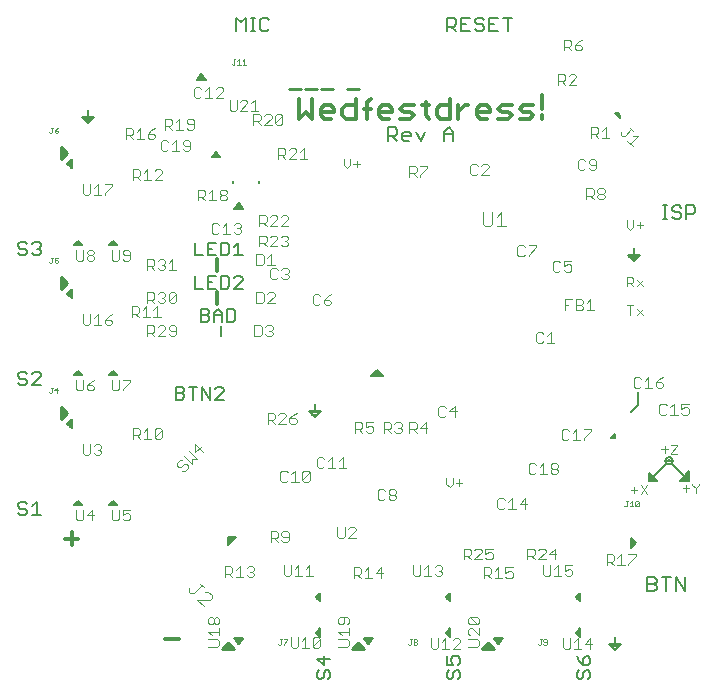
<source format=gto>
G75*
%MOIN*%
%OFA0B0*%
%FSLAX24Y24*%
%IPPOS*%
%LPD*%
%AMOC8*
5,1,8,0,0,1.08239X$1,22.5*
%
%ADD10C,0.0059*%
%ADD11C,0.0079*%
%ADD12C,0.0040*%
%ADD13C,0.0060*%
%ADD14C,0.0120*%
%ADD15C,0.0050*%
%ADD16C,0.0030*%
%ADD17C,0.0118*%
%ADD18C,0.0098*%
%ADD19C,0.0020*%
%ADD20C,0.0100*%
D10*
X007580Y012718D02*
X007580Y013033D01*
X021261Y010159D02*
X021498Y010395D01*
X021498Y010828D01*
D11*
X022501Y008545D02*
X022503Y008553D01*
X022508Y008560D01*
X022515Y008564D01*
X022523Y008565D01*
X022531Y008562D01*
X022537Y008557D01*
X022541Y008549D01*
X022541Y008541D01*
X022537Y008533D01*
X022531Y008528D01*
X022523Y008525D01*
X022515Y008526D01*
X022508Y008530D01*
X022503Y008537D01*
X022501Y008545D01*
X022403Y008545D02*
X022405Y008566D01*
X022411Y008586D01*
X022420Y008606D01*
X022432Y008623D01*
X022447Y008637D01*
X022465Y008649D01*
X022485Y008657D01*
X022505Y008662D01*
X022526Y008663D01*
X022547Y008660D01*
X022567Y008654D01*
X022586Y008643D01*
X022603Y008630D01*
X022616Y008614D01*
X022627Y008596D01*
X022635Y008576D01*
X022639Y008556D01*
X022639Y008534D01*
X022635Y008514D01*
X022627Y008494D01*
X022616Y008476D01*
X022603Y008460D01*
X022586Y008447D01*
X022567Y008436D01*
X022547Y008430D01*
X022526Y008427D01*
X022505Y008428D01*
X022485Y008433D01*
X022465Y008441D01*
X022447Y008453D01*
X022432Y008467D01*
X022420Y008484D01*
X022411Y008504D01*
X022405Y008524D01*
X022403Y008545D01*
X022423Y008446D02*
X021852Y007876D01*
X022128Y007876D01*
X021852Y008151D01*
X021852Y007876D01*
X021852Y007921D02*
X022082Y007921D01*
X022005Y007998D02*
X021852Y007998D01*
X021852Y008075D02*
X021928Y008075D01*
X022620Y008446D02*
X023191Y007876D01*
X022876Y007876D01*
X023191Y008191D01*
X023191Y007876D01*
X023191Y007921D02*
X022921Y007921D01*
X022998Y007998D02*
X023191Y007998D01*
X023191Y008075D02*
X023075Y008075D01*
X023153Y008153D02*
X023191Y008153D01*
X020710Y002679D02*
X020710Y002443D01*
X020596Y002360D02*
X020824Y002360D01*
X020901Y002437D02*
X020519Y002437D01*
X020513Y002443D02*
X020710Y002246D01*
X020907Y002443D01*
X020513Y002443D01*
X020673Y002282D02*
X020747Y002282D01*
X010907Y010198D02*
X010710Y010002D01*
X010513Y010198D01*
X010907Y010198D01*
X010870Y010161D02*
X010551Y010161D01*
X010628Y010084D02*
X010792Y010084D01*
X010715Y010006D02*
X010705Y010006D01*
X010710Y010198D02*
X010710Y010435D01*
X003151Y019805D02*
X002954Y020002D01*
X003348Y020002D01*
X003151Y019805D01*
X003140Y019816D02*
X003162Y019816D01*
X003240Y019893D02*
X003063Y019893D01*
X002985Y019970D02*
X003317Y019970D01*
X003151Y020002D02*
X003151Y020238D01*
X021143Y015395D02*
X021340Y015198D01*
X021537Y015395D01*
X021143Y015395D01*
X021203Y015336D02*
X021478Y015336D01*
X021401Y015259D02*
X021280Y015259D01*
X021340Y015395D02*
X021340Y015631D01*
D12*
X021229Y016242D02*
X021334Y016347D01*
X021334Y016557D01*
X021450Y016399D02*
X021660Y016399D01*
X021555Y016504D02*
X021555Y016294D01*
X021229Y016242D02*
X021124Y016347D01*
X021124Y016557D01*
X021124Y014667D02*
X021281Y014667D01*
X021334Y014614D01*
X021334Y014510D01*
X021281Y014457D01*
X021124Y014457D01*
X021124Y014352D02*
X021124Y014667D01*
X021229Y014457D02*
X021334Y014352D01*
X021450Y014352D02*
X021660Y014562D01*
X021450Y014562D02*
X021660Y014352D01*
X021334Y013722D02*
X021124Y013722D01*
X021229Y013722D02*
X021229Y013407D01*
X021450Y013407D02*
X021660Y013617D01*
X021450Y013617D02*
X021660Y013407D01*
X022592Y009076D02*
X022802Y009076D01*
X022802Y009024D01*
X022592Y008814D01*
X022592Y008762D01*
X022802Y008762D01*
X022475Y008919D02*
X022266Y008919D01*
X022371Y009024D02*
X022371Y008814D01*
X021795Y007738D02*
X021585Y007423D01*
X021469Y007580D02*
X021259Y007580D01*
X021364Y007476D02*
X021364Y007685D01*
X021585Y007738D02*
X021795Y007423D01*
X022974Y007620D02*
X023184Y007620D01*
X023079Y007725D02*
X023079Y007515D01*
X023301Y007725D02*
X023405Y007620D01*
X023405Y007463D01*
X023405Y007620D02*
X023510Y007725D01*
X023510Y007777D01*
X023301Y007777D02*
X023301Y007725D01*
X019290Y005061D02*
X019054Y005061D01*
X019054Y004884D01*
X019172Y004943D01*
X019231Y004943D01*
X019290Y004884D01*
X019290Y004766D01*
X019231Y004707D01*
X019113Y004707D01*
X019054Y004766D01*
X018927Y004707D02*
X018691Y004707D01*
X018809Y004707D02*
X018809Y005061D01*
X018691Y004943D01*
X018565Y005061D02*
X018565Y004766D01*
X018506Y004707D01*
X018388Y004707D01*
X018329Y004766D01*
X018329Y005061D01*
X018998Y002620D02*
X018998Y002325D01*
X019057Y002266D01*
X019175Y002266D01*
X019234Y002325D01*
X019234Y002620D01*
X019360Y002502D02*
X019478Y002620D01*
X019478Y002266D01*
X019360Y002266D02*
X019596Y002266D01*
X019723Y002443D02*
X019959Y002443D01*
X019900Y002620D02*
X019723Y002443D01*
X019900Y002266D02*
X019900Y002620D01*
X015550Y002561D02*
X015491Y002620D01*
X015373Y002620D01*
X015314Y002561D01*
X015550Y002561D02*
X015550Y002502D01*
X015314Y002266D01*
X015550Y002266D01*
X015187Y002266D02*
X014951Y002266D01*
X015069Y002266D02*
X015069Y002620D01*
X014951Y002502D01*
X014825Y002620D02*
X014825Y002325D01*
X014766Y002266D01*
X014648Y002266D01*
X014589Y002325D01*
X014589Y002620D01*
X014596Y004707D02*
X014360Y004707D01*
X014478Y004707D02*
X014478Y005061D01*
X014360Y004943D01*
X014234Y005061D02*
X014234Y004766D01*
X014175Y004707D01*
X014057Y004707D01*
X013998Y004766D01*
X013998Y005061D01*
X014723Y005002D02*
X014782Y005061D01*
X014900Y005061D01*
X014959Y005002D01*
X014959Y004943D01*
X014900Y004884D01*
X014959Y004825D01*
X014959Y004766D01*
X014900Y004707D01*
X014782Y004707D01*
X014723Y004766D01*
X014841Y004884D02*
X014900Y004884D01*
X015205Y007659D02*
X015310Y007764D01*
X015310Y007974D01*
X015427Y007817D02*
X015636Y007817D01*
X015531Y007922D02*
X015531Y007712D01*
X015205Y007659D02*
X015100Y007764D01*
X015100Y007974D01*
X010525Y005061D02*
X010525Y004707D01*
X010407Y004707D02*
X010643Y004707D01*
X010407Y004943D02*
X010525Y005061D01*
X010163Y005061D02*
X010163Y004707D01*
X010045Y004707D02*
X010281Y004707D01*
X010045Y004943D02*
X010163Y005061D01*
X009918Y005061D02*
X009918Y004766D01*
X009859Y004707D01*
X009741Y004707D01*
X009682Y004766D01*
X009682Y005061D01*
X009918Y002659D02*
X009918Y002364D01*
X009977Y002305D01*
X010095Y002305D01*
X010154Y002364D01*
X010154Y002659D01*
X010281Y002541D02*
X010399Y002659D01*
X010399Y002305D01*
X010281Y002305D02*
X010517Y002305D01*
X010643Y002364D02*
X010879Y002600D01*
X010879Y002364D01*
X010820Y002305D01*
X010702Y002305D01*
X010643Y002364D01*
X010643Y002600D01*
X010702Y002659D01*
X010820Y002659D01*
X010879Y002600D01*
X007276Y003962D02*
X007276Y004070D01*
X007167Y004179D01*
X007059Y004179D01*
X007004Y004342D02*
X006896Y004450D01*
X006950Y004396D02*
X006679Y004125D01*
X006570Y004125D01*
X006516Y004179D01*
X006516Y004287D01*
X006787Y003908D02*
X007222Y003908D01*
X007276Y003962D01*
X007004Y003691D02*
X006787Y003908D01*
X004482Y006557D02*
X004364Y006557D01*
X004305Y006616D01*
X004305Y006734D02*
X004423Y006793D01*
X004482Y006793D01*
X004541Y006734D01*
X004541Y006616D01*
X004482Y006557D01*
X004305Y006734D02*
X004305Y006911D01*
X004541Y006911D01*
X004178Y006911D02*
X004178Y006616D01*
X004119Y006557D01*
X004001Y006557D01*
X003942Y006616D01*
X003942Y006911D01*
X003360Y006734D02*
X003124Y006734D01*
X003301Y006911D01*
X003301Y006557D01*
X002997Y006616D02*
X002997Y006911D01*
X002761Y006911D02*
X002761Y006616D01*
X002820Y006557D01*
X002938Y006557D01*
X002997Y006616D01*
X002938Y010888D02*
X002820Y010888D01*
X002761Y010947D01*
X002761Y011242D01*
X002997Y011242D02*
X002997Y010947D01*
X002938Y010888D01*
X003124Y010947D02*
X003124Y011065D01*
X003301Y011065D01*
X003360Y011006D01*
X003360Y010947D01*
X003301Y010888D01*
X003183Y010888D01*
X003124Y010947D01*
X003124Y011065D02*
X003242Y011183D01*
X003360Y011242D01*
X003942Y011242D02*
X003942Y010947D01*
X004001Y010888D01*
X004119Y010888D01*
X004178Y010947D01*
X004178Y011242D01*
X004305Y011242D02*
X004541Y011242D01*
X004541Y011183D01*
X004305Y010947D01*
X004305Y010888D01*
X004364Y015218D02*
X004482Y015218D01*
X004541Y015277D01*
X004541Y015513D01*
X004482Y015572D01*
X004364Y015572D01*
X004305Y015513D01*
X004305Y015454D01*
X004364Y015395D01*
X004541Y015395D01*
X004364Y015218D02*
X004305Y015277D01*
X004178Y015277D02*
X004119Y015218D01*
X004001Y015218D01*
X003942Y015277D01*
X003942Y015572D01*
X004178Y015572D02*
X004178Y015277D01*
X003360Y015277D02*
X003301Y015218D01*
X003183Y015218D01*
X003124Y015277D01*
X003124Y015336D01*
X003183Y015395D01*
X003301Y015395D01*
X003360Y015336D01*
X003360Y015277D01*
X003301Y015395D02*
X003360Y015454D01*
X003360Y015513D01*
X003301Y015572D01*
X003183Y015572D01*
X003124Y015513D01*
X003124Y015454D01*
X003183Y015395D01*
X002997Y015277D02*
X002938Y015218D01*
X002820Y015218D01*
X002761Y015277D01*
X002761Y015572D01*
X002997Y015572D02*
X002997Y015277D01*
X007930Y020218D02*
X007871Y020277D01*
X007871Y020572D01*
X008107Y020572D02*
X008107Y020277D01*
X008048Y020218D01*
X007930Y020218D01*
X008234Y020218D02*
X008470Y020454D01*
X008470Y020513D01*
X008411Y020572D01*
X008293Y020572D01*
X008234Y020513D01*
X008234Y020218D02*
X008470Y020218D01*
X008596Y020218D02*
X008832Y020218D01*
X008714Y020218D02*
X008714Y020572D01*
X008596Y020454D01*
X011675Y018604D02*
X011675Y018394D01*
X011780Y018289D01*
X011885Y018394D01*
X011885Y018604D01*
X012001Y018447D02*
X012211Y018447D01*
X012106Y018551D02*
X012106Y018342D01*
X016321Y016821D02*
X016321Y016437D01*
X016398Y016360D01*
X016551Y016360D01*
X016628Y016437D01*
X016628Y016821D01*
X016781Y016667D02*
X016935Y016821D01*
X016935Y016360D01*
X017088Y016360D02*
X016781Y016360D01*
D13*
X015331Y019205D02*
X015331Y019506D01*
X015181Y019657D01*
X015030Y019506D01*
X015030Y019205D01*
X015030Y019431D02*
X015331Y019431D01*
X014389Y019506D02*
X014238Y019205D01*
X014087Y019506D01*
X013917Y019431D02*
X013917Y019356D01*
X013616Y019356D01*
X013616Y019431D02*
X013691Y019506D01*
X013842Y019506D01*
X013917Y019431D01*
X013842Y019205D02*
X013691Y019205D01*
X013616Y019280D01*
X013616Y019431D01*
X013446Y019431D02*
X013446Y019582D01*
X013371Y019657D01*
X013145Y019657D01*
X013145Y019205D01*
X013145Y019356D02*
X013371Y019356D01*
X013446Y019431D01*
X013295Y019356D02*
X013446Y019205D01*
X015116Y022866D02*
X015116Y023318D01*
X015342Y023318D01*
X015418Y023243D01*
X015418Y023092D01*
X015342Y023017D01*
X015116Y023017D01*
X015267Y023017D02*
X015418Y022866D01*
X015587Y022866D02*
X015889Y022866D01*
X016059Y022942D02*
X016134Y022866D01*
X016285Y022866D01*
X016360Y022942D01*
X016360Y023017D01*
X016285Y023092D01*
X016134Y023092D01*
X016059Y023168D01*
X016059Y023243D01*
X016134Y023318D01*
X016285Y023318D01*
X016360Y023243D01*
X016530Y023318D02*
X016530Y022866D01*
X016831Y022866D01*
X016681Y023092D02*
X016530Y023092D01*
X016530Y023318D02*
X016831Y023318D01*
X017001Y023318D02*
X017303Y023318D01*
X017152Y023318D02*
X017152Y022866D01*
X015889Y023318D02*
X015587Y023318D01*
X015587Y022866D01*
X015587Y023092D02*
X015738Y023092D01*
X009189Y022942D02*
X009114Y022866D01*
X008963Y022866D01*
X008888Y022942D01*
X008888Y023243D01*
X008963Y023318D01*
X009114Y023318D01*
X009189Y023243D01*
X008724Y023318D02*
X008574Y023318D01*
X008649Y023318D02*
X008649Y022866D01*
X008574Y022866D02*
X008724Y022866D01*
X008404Y022866D02*
X008404Y023318D01*
X008253Y023168D01*
X008102Y023318D01*
X008102Y022866D01*
X007987Y017876D02*
X007987Y017796D01*
X008867Y017796D02*
X008867Y017876D01*
X008167Y015799D02*
X008167Y015386D01*
X008030Y015386D02*
X008305Y015386D01*
X008030Y015661D02*
X008167Y015799D01*
X007870Y015730D02*
X007870Y015455D01*
X007801Y015386D01*
X007595Y015386D01*
X007595Y015799D01*
X007801Y015799D01*
X007870Y015730D01*
X007435Y015799D02*
X007160Y015799D01*
X007160Y015386D01*
X007435Y015386D01*
X007297Y015592D02*
X007160Y015592D01*
X007000Y015386D02*
X006724Y015386D01*
X006724Y015799D01*
X006724Y014696D02*
X006724Y014284D01*
X007000Y014284D01*
X007160Y014284D02*
X007435Y014284D01*
X007595Y014284D02*
X007801Y014284D01*
X007870Y014352D01*
X007870Y014628D01*
X007801Y014696D01*
X007595Y014696D01*
X007595Y014284D01*
X007297Y014490D02*
X007160Y014490D01*
X007160Y014696D02*
X007160Y014284D01*
X007160Y014696D02*
X007435Y014696D01*
X008030Y014628D02*
X008098Y014696D01*
X008236Y014696D01*
X008305Y014628D01*
X008305Y014559D01*
X008030Y014284D01*
X008305Y014284D01*
X007998Y013594D02*
X007791Y013594D01*
X007791Y013181D01*
X007998Y013181D01*
X008067Y013250D01*
X008067Y013525D01*
X007998Y013594D01*
X007632Y013456D02*
X007632Y013181D01*
X007632Y013388D02*
X007356Y013388D01*
X007356Y013456D02*
X007494Y013594D01*
X007632Y013456D01*
X007356Y013456D02*
X007356Y013181D01*
X007197Y013250D02*
X007128Y013181D01*
X006921Y013181D01*
X006921Y013594D01*
X007128Y013594D01*
X007197Y013525D01*
X007197Y013456D01*
X007128Y013388D01*
X006921Y013388D01*
X007128Y013388D02*
X007197Y013319D01*
X007197Y013250D01*
X007236Y010996D02*
X007236Y010583D01*
X006961Y010996D01*
X006961Y010583D01*
X007396Y010583D02*
X007671Y010858D01*
X007671Y010927D01*
X007602Y010996D01*
X007465Y010996D01*
X007396Y010927D01*
X007396Y010583D02*
X007671Y010583D01*
X006801Y010996D02*
X006526Y010996D01*
X006663Y010996D02*
X006663Y010583D01*
X006366Y010652D02*
X006297Y010583D01*
X006091Y010583D01*
X006091Y010996D01*
X006297Y010996D01*
X006366Y010927D01*
X006366Y010858D01*
X006297Y010789D01*
X006091Y010789D01*
X006297Y010789D02*
X006366Y010720D01*
X006366Y010652D01*
X001592Y011055D02*
X001290Y011055D01*
X001592Y011357D01*
X001592Y011432D01*
X001516Y011507D01*
X001366Y011507D01*
X001290Y011432D01*
X001120Y011432D02*
X001045Y011507D01*
X000894Y011507D01*
X000819Y011432D01*
X000819Y011357D01*
X000894Y011281D01*
X001045Y011281D01*
X001120Y011206D01*
X001120Y011131D01*
X001045Y011055D01*
X000894Y011055D01*
X000819Y011131D01*
X000894Y007177D02*
X000819Y007101D01*
X000819Y007026D01*
X000894Y006951D01*
X001045Y006951D01*
X001120Y006875D01*
X001120Y006800D01*
X001045Y006724D01*
X000894Y006724D01*
X000819Y006800D01*
X001120Y007101D02*
X001045Y007177D01*
X000894Y007177D01*
X001290Y007026D02*
X001441Y007177D01*
X001441Y006724D01*
X001290Y006724D02*
X001592Y006724D01*
X001516Y015386D02*
X001366Y015386D01*
X001290Y015461D01*
X001120Y015461D02*
X001120Y015537D01*
X001045Y015612D01*
X000894Y015612D01*
X000819Y015687D01*
X000819Y015763D01*
X000894Y015838D01*
X001045Y015838D01*
X001120Y015763D01*
X001290Y015763D02*
X001366Y015838D01*
X001516Y015838D01*
X001592Y015763D01*
X001592Y015687D01*
X001516Y015612D01*
X001592Y015537D01*
X001592Y015461D01*
X001516Y015386D01*
X001516Y015612D02*
X001441Y015612D01*
X001120Y015461D02*
X001045Y015386D01*
X000894Y015386D01*
X000819Y015461D01*
X010779Y001949D02*
X011005Y001723D01*
X011005Y002025D01*
X011231Y001949D02*
X010779Y001949D01*
X010855Y001554D02*
X010779Y001478D01*
X010779Y001327D01*
X010855Y001252D01*
X010930Y001252D01*
X011005Y001327D01*
X011005Y001478D01*
X011081Y001554D01*
X011156Y001554D01*
X011231Y001478D01*
X011231Y001327D01*
X011156Y001252D01*
X015110Y001327D02*
X015185Y001252D01*
X015261Y001252D01*
X015336Y001327D01*
X015336Y001478D01*
X015411Y001554D01*
X015487Y001554D01*
X015562Y001478D01*
X015562Y001327D01*
X015487Y001252D01*
X015110Y001327D02*
X015110Y001478D01*
X015185Y001554D01*
X015110Y001723D02*
X015336Y001723D01*
X015261Y001874D01*
X015261Y001949D01*
X015336Y002025D01*
X015487Y002025D01*
X015562Y001949D01*
X015562Y001799D01*
X015487Y001723D01*
X015110Y001723D02*
X015110Y002025D01*
X019441Y002025D02*
X019516Y001874D01*
X019667Y001723D01*
X019667Y001949D01*
X019742Y002025D01*
X019817Y002025D01*
X019893Y001949D01*
X019893Y001799D01*
X019817Y001723D01*
X019667Y001723D01*
X019742Y001554D02*
X019817Y001554D01*
X019893Y001478D01*
X019893Y001327D01*
X019817Y001252D01*
X019667Y001327D02*
X019667Y001478D01*
X019742Y001554D01*
X019516Y001554D02*
X019441Y001478D01*
X019441Y001327D01*
X019516Y001252D01*
X019591Y001252D01*
X019667Y001327D01*
X021803Y004205D02*
X022029Y004205D01*
X022105Y004280D01*
X022105Y004356D01*
X022029Y004431D01*
X021803Y004431D01*
X021803Y004205D02*
X021803Y004657D01*
X022029Y004657D01*
X022105Y004582D01*
X022105Y004506D01*
X022029Y004431D01*
X022274Y004657D02*
X022576Y004657D01*
X022425Y004657D02*
X022425Y004205D01*
X022746Y004205D02*
X022746Y004657D01*
X023047Y004205D01*
X023047Y004657D01*
X023100Y016606D02*
X023100Y017059D01*
X023327Y017059D01*
X023402Y016983D01*
X023402Y016832D01*
X023327Y016757D01*
X023100Y016757D01*
X022931Y016757D02*
X022931Y016682D01*
X022855Y016606D01*
X022705Y016606D01*
X022629Y016682D01*
X022705Y016832D02*
X022629Y016908D01*
X022629Y016983D01*
X022705Y017059D01*
X022855Y017059D01*
X022931Y016983D01*
X022855Y016832D02*
X022931Y016757D01*
X022855Y016832D02*
X022705Y016832D01*
X022466Y016606D02*
X022315Y016606D01*
X022390Y016606D02*
X022390Y017059D01*
X022315Y017059D02*
X022466Y017059D01*
D14*
X002607Y006169D02*
X002607Y005724D01*
X002384Y005947D02*
X002830Y005947D01*
X005731Y002600D02*
X006176Y002600D01*
X010184Y019943D02*
X010407Y020166D01*
X010629Y019943D01*
X010629Y020611D01*
X010909Y020277D02*
X011020Y020389D01*
X011243Y020389D01*
X011354Y020277D01*
X011354Y020166D01*
X010909Y020166D01*
X010909Y020055D02*
X010909Y020277D01*
X010909Y020055D02*
X011020Y019943D01*
X011243Y019943D01*
X011634Y020055D02*
X011634Y020277D01*
X011745Y020389D01*
X012079Y020389D01*
X012079Y020611D02*
X012079Y019943D01*
X011745Y019943D01*
X011634Y020055D01*
X012359Y020277D02*
X012582Y020277D01*
X012470Y020500D02*
X012470Y019943D01*
X012842Y020055D02*
X012842Y020277D01*
X012954Y020389D01*
X013176Y020389D01*
X013288Y020277D01*
X013288Y020166D01*
X012842Y020166D01*
X012842Y020055D02*
X012954Y019943D01*
X013176Y019943D01*
X013567Y019943D02*
X013901Y019943D01*
X014013Y020055D01*
X013901Y020166D01*
X013679Y020166D01*
X013567Y020277D01*
X013679Y020389D01*
X014013Y020389D01*
X014292Y020389D02*
X014515Y020389D01*
X014404Y020500D02*
X014404Y020055D01*
X014515Y019943D01*
X014776Y020055D02*
X014776Y020277D01*
X014887Y020389D01*
X015221Y020389D01*
X015221Y020611D02*
X015221Y019943D01*
X014887Y019943D01*
X014776Y020055D01*
X015501Y020166D02*
X015724Y020389D01*
X015835Y020389D01*
X016105Y020277D02*
X016216Y020389D01*
X016439Y020389D01*
X016550Y020277D01*
X016550Y020166D01*
X016105Y020166D01*
X016105Y020055D02*
X016105Y020277D01*
X016105Y020055D02*
X016216Y019943D01*
X016439Y019943D01*
X016830Y019943D02*
X017164Y019943D01*
X017275Y020055D01*
X017164Y020166D01*
X016941Y020166D01*
X016830Y020277D01*
X016941Y020389D01*
X017275Y020389D01*
X017555Y020277D02*
X017666Y020389D01*
X018000Y020389D01*
X017889Y020166D02*
X017666Y020166D01*
X017555Y020277D01*
X017555Y019943D02*
X017889Y019943D01*
X018000Y020055D01*
X017889Y020166D01*
X018280Y020055D02*
X018280Y019943D01*
X018280Y020277D02*
X018280Y020723D01*
X015501Y020389D02*
X015501Y019943D01*
X012582Y020611D02*
X012470Y020500D01*
X010184Y020611D02*
X010184Y019943D01*
D15*
X007561Y018683D02*
X007285Y018683D01*
X007423Y018820D01*
X007561Y018683D01*
X007548Y018695D02*
X007298Y018695D01*
X007346Y018744D02*
X007500Y018744D01*
X007451Y018792D02*
X007395Y018792D01*
X008177Y017136D02*
X008327Y016936D01*
X008027Y016936D01*
X008177Y017136D01*
X008146Y017095D02*
X008208Y017095D01*
X008244Y017046D02*
X008109Y017046D01*
X008073Y016998D02*
X008281Y016998D01*
X008317Y016949D02*
X008037Y016949D01*
X004135Y015730D02*
X003860Y015730D01*
X003998Y015868D01*
X004135Y015730D01*
X004129Y015737D02*
X003867Y015737D01*
X003915Y015785D02*
X004080Y015785D01*
X004032Y015834D02*
X003964Y015834D01*
X002954Y015730D02*
X002679Y015730D01*
X002817Y015868D01*
X002954Y015730D01*
X002947Y015737D02*
X002686Y015737D01*
X002734Y015785D02*
X002899Y015785D01*
X002850Y015834D02*
X002783Y015834D01*
X002620Y014273D02*
X002443Y014116D01*
X002620Y013958D01*
X002620Y014273D01*
X002620Y014233D02*
X002575Y014233D01*
X002620Y014185D02*
X002520Y014185D01*
X002466Y014136D02*
X002620Y014136D01*
X002620Y014088D02*
X002474Y014088D01*
X002529Y014039D02*
X002620Y014039D01*
X002620Y013991D02*
X002583Y013991D01*
X002817Y011537D02*
X002679Y011399D01*
X002954Y011399D01*
X002817Y011537D01*
X002836Y011517D02*
X002797Y011517D01*
X002748Y011469D02*
X002885Y011469D01*
X002933Y011420D02*
X002700Y011420D01*
X003860Y011399D02*
X003998Y011537D01*
X004135Y011399D01*
X003860Y011399D01*
X003881Y011420D02*
X004114Y011420D01*
X004066Y011469D02*
X003929Y011469D01*
X003978Y011517D02*
X004017Y011517D01*
X002620Y009943D02*
X002443Y009785D01*
X002620Y009628D01*
X002620Y009943D01*
X002620Y009917D02*
X002591Y009917D01*
X002620Y009868D02*
X002536Y009868D01*
X002482Y009820D02*
X002620Y009820D01*
X002620Y009771D02*
X002458Y009771D01*
X002513Y009723D02*
X002620Y009723D01*
X002620Y009674D02*
X002567Y009674D01*
X002817Y007206D02*
X002679Y007069D01*
X002954Y007069D01*
X002817Y007206D01*
X002811Y007201D02*
X002822Y007201D01*
X002871Y007152D02*
X002762Y007152D01*
X002714Y007104D02*
X002919Y007104D01*
X003860Y007069D02*
X003998Y007206D01*
X004135Y007069D01*
X003860Y007069D01*
X003895Y007104D02*
X004100Y007104D01*
X004052Y007152D02*
X003944Y007152D01*
X003992Y007201D02*
X004003Y007201D01*
X007809Y005999D02*
X007809Y005721D01*
X008087Y005999D01*
X007809Y005999D01*
X007809Y005988D02*
X008076Y005988D01*
X008028Y005940D02*
X007809Y005940D01*
X007809Y005891D02*
X007979Y005891D01*
X007931Y005843D02*
X007809Y005843D01*
X007809Y005794D02*
X007882Y005794D01*
X007834Y005746D02*
X007809Y005746D01*
X010750Y003998D02*
X010887Y003860D01*
X010887Y004135D01*
X010750Y003998D01*
X010752Y004000D02*
X010887Y004000D01*
X010887Y004048D02*
X010800Y004048D01*
X010849Y004097D02*
X010887Y004097D01*
X010887Y003951D02*
X010796Y003951D01*
X010845Y003903D02*
X010887Y003903D01*
X010887Y002954D02*
X010887Y002679D01*
X010750Y002817D01*
X010887Y002954D01*
X010887Y002933D02*
X010866Y002933D01*
X010887Y002884D02*
X010817Y002884D01*
X010769Y002836D02*
X010887Y002836D01*
X010887Y002787D02*
X010779Y002787D01*
X010827Y002739D02*
X010887Y002739D01*
X010887Y002690D02*
X010876Y002690D01*
X012344Y002620D02*
X012502Y002443D01*
X012659Y002620D01*
X012344Y002620D01*
X012368Y002593D02*
X012636Y002593D01*
X012592Y002545D02*
X012411Y002545D01*
X012454Y002496D02*
X012549Y002496D01*
X012506Y002448D02*
X012497Y002448D01*
X015080Y002817D02*
X015218Y002679D01*
X015218Y002954D01*
X015080Y002817D01*
X015099Y002836D02*
X015218Y002836D01*
X015218Y002884D02*
X015148Y002884D01*
X015196Y002933D02*
X015218Y002933D01*
X015218Y002787D02*
X015110Y002787D01*
X015158Y002739D02*
X015218Y002739D01*
X015218Y002690D02*
X015207Y002690D01*
X015218Y003860D02*
X015080Y003998D01*
X015218Y004135D01*
X015218Y003860D01*
X015218Y003903D02*
X015175Y003903D01*
X015218Y003951D02*
X015127Y003951D01*
X015082Y004000D02*
X015218Y004000D01*
X015218Y004048D02*
X015131Y004048D01*
X015179Y004097D02*
X015218Y004097D01*
X016675Y002620D02*
X016832Y002443D01*
X016990Y002620D01*
X016675Y002620D01*
X016698Y002593D02*
X016966Y002593D01*
X016923Y002545D02*
X016741Y002545D01*
X016785Y002496D02*
X016880Y002496D01*
X016837Y002448D02*
X016828Y002448D01*
X019411Y002817D02*
X019549Y002679D01*
X019549Y002954D01*
X019411Y002817D01*
X019430Y002836D02*
X019549Y002836D01*
X019549Y002884D02*
X019479Y002884D01*
X019527Y002933D02*
X019549Y002933D01*
X019549Y002787D02*
X019440Y002787D01*
X019489Y002739D02*
X019549Y002739D01*
X019549Y002690D02*
X019537Y002690D01*
X019549Y003860D02*
X019411Y003998D01*
X019549Y004135D01*
X019549Y003860D01*
X019549Y003903D02*
X019506Y003903D01*
X019549Y003951D02*
X019457Y003951D01*
X019413Y004000D02*
X019549Y004000D01*
X019549Y004048D02*
X019462Y004048D01*
X019510Y004097D02*
X019549Y004097D01*
X021242Y005651D02*
X021242Y005966D01*
X021419Y005809D01*
X021242Y005651D01*
X021242Y005697D02*
X021294Y005697D01*
X021242Y005746D02*
X021348Y005746D01*
X021403Y005794D02*
X021242Y005794D01*
X021242Y005843D02*
X021381Y005843D01*
X021326Y005891D02*
X021242Y005891D01*
X021242Y005940D02*
X021271Y005940D01*
X020717Y009310D02*
X020577Y009310D01*
X020717Y009450D01*
X020717Y009310D01*
X020717Y009335D02*
X020602Y009335D01*
X020650Y009383D02*
X020717Y009383D01*
X020717Y009432D02*
X020699Y009432D01*
X012994Y011380D02*
X012797Y011576D01*
X012600Y011380D01*
X012994Y011380D01*
X012953Y011420D02*
X012641Y011420D01*
X012689Y011469D02*
X012904Y011469D01*
X012856Y011517D02*
X012738Y011517D01*
X012786Y011566D02*
X012807Y011566D01*
X020873Y019982D02*
X020859Y020135D01*
X020706Y020149D01*
X020873Y019982D01*
X020871Y020005D02*
X020850Y020005D01*
X020866Y020053D02*
X020802Y020053D01*
X020753Y020102D02*
X020862Y020102D01*
X007088Y021242D02*
X006931Y021419D01*
X006773Y021242D01*
X007088Y021242D01*
X007067Y021266D02*
X006795Y021266D01*
X006838Y021314D02*
X007024Y021314D01*
X006981Y021363D02*
X006881Y021363D01*
X006924Y021411D02*
X006937Y021411D01*
X002620Y018604D02*
X002620Y018289D01*
X002443Y018446D01*
X002620Y018604D01*
X002620Y018598D02*
X002613Y018598D01*
X002620Y018550D02*
X002559Y018550D01*
X002504Y018501D02*
X002620Y018501D01*
X002620Y018453D02*
X002450Y018453D01*
X002490Y018404D02*
X002620Y018404D01*
X002620Y018356D02*
X002545Y018356D01*
X002599Y018307D02*
X002620Y018307D01*
X008013Y002620D02*
X008171Y002443D01*
X008328Y002620D01*
X008013Y002620D01*
X008037Y002593D02*
X008305Y002593D01*
X008262Y002545D02*
X008080Y002545D01*
X008123Y002496D02*
X008219Y002496D01*
X008175Y002448D02*
X008166Y002448D01*
D16*
X007530Y002413D02*
X007468Y002351D01*
X007160Y002351D01*
X007160Y002598D02*
X007468Y002598D01*
X007530Y002536D01*
X007530Y002413D01*
X007530Y002720D02*
X007530Y002966D01*
X007530Y002843D02*
X007160Y002843D01*
X007283Y002720D01*
X007283Y003088D02*
X007221Y003088D01*
X007160Y003150D01*
X007160Y003273D01*
X007221Y003335D01*
X007283Y003335D01*
X007345Y003273D01*
X007345Y003150D01*
X007283Y003088D01*
X007345Y003150D02*
X007406Y003088D01*
X007468Y003088D01*
X007530Y003150D01*
X007530Y003273D01*
X007468Y003335D01*
X007406Y003335D01*
X007345Y003273D01*
X007720Y004662D02*
X007720Y005026D01*
X007902Y005026D01*
X007963Y004966D01*
X007963Y004844D01*
X007902Y004784D01*
X007720Y004784D01*
X007842Y004784D02*
X007963Y004662D01*
X008083Y004662D02*
X008326Y004662D01*
X008204Y004662D02*
X008204Y005026D01*
X008083Y004905D01*
X008445Y004966D02*
X008506Y005026D01*
X008627Y005026D01*
X008688Y004966D01*
X008688Y004905D01*
X008627Y004844D01*
X008688Y004784D01*
X008688Y004723D01*
X008627Y004662D01*
X008506Y004662D01*
X008445Y004723D01*
X008567Y004844D02*
X008627Y004844D01*
X009240Y005835D02*
X009240Y006199D01*
X009422Y006199D01*
X009483Y006139D01*
X009483Y006017D01*
X009422Y005957D01*
X009240Y005957D01*
X009362Y005957D02*
X009483Y005835D01*
X009603Y005896D02*
X009664Y005835D01*
X009785Y005835D01*
X009846Y005896D01*
X009846Y006139D01*
X009785Y006199D01*
X009664Y006199D01*
X009603Y006139D01*
X009603Y006078D01*
X009664Y006017D01*
X009846Y006017D01*
X011458Y006035D02*
X011519Y005973D01*
X011643Y005973D01*
X011704Y006035D01*
X011704Y006344D01*
X011826Y006282D02*
X011888Y006344D01*
X012011Y006344D01*
X012073Y006282D01*
X012073Y006220D01*
X011826Y005973D01*
X012073Y005973D01*
X011458Y006035D02*
X011458Y006344D01*
X012804Y007295D02*
X012804Y007542D01*
X012866Y007603D01*
X012989Y007603D01*
X013051Y007542D01*
X013172Y007542D02*
X013172Y007480D01*
X013234Y007418D01*
X013357Y007418D01*
X013419Y007357D01*
X013419Y007295D01*
X013357Y007233D01*
X013234Y007233D01*
X013172Y007295D01*
X013172Y007357D01*
X013234Y007418D01*
X013357Y007418D02*
X013419Y007480D01*
X013419Y007542D01*
X013357Y007603D01*
X013234Y007603D01*
X013172Y007542D01*
X013051Y007295D02*
X012989Y007233D01*
X012866Y007233D01*
X012804Y007295D01*
X011765Y008294D02*
X011518Y008294D01*
X011397Y008294D02*
X011150Y008294D01*
X011273Y008294D02*
X011273Y008664D01*
X011150Y008541D01*
X011029Y008602D02*
X010967Y008664D01*
X010843Y008664D01*
X010782Y008602D01*
X010782Y008355D01*
X010843Y008294D01*
X010967Y008294D01*
X011029Y008355D01*
X010547Y008152D02*
X010547Y007905D01*
X010486Y007843D01*
X010362Y007843D01*
X010300Y007905D01*
X010547Y008152D01*
X010486Y008214D01*
X010362Y008214D01*
X010300Y008152D01*
X010300Y007905D01*
X010179Y007843D02*
X009932Y007843D01*
X010056Y007843D02*
X010056Y008214D01*
X009932Y008090D01*
X009811Y008152D02*
X009749Y008214D01*
X009626Y008214D01*
X009564Y008152D01*
X009564Y007905D01*
X009626Y007843D01*
X009749Y007843D01*
X009811Y007905D01*
X011518Y008541D02*
X011642Y008664D01*
X011642Y008294D01*
X012055Y009473D02*
X012055Y009837D01*
X012237Y009837D01*
X012298Y009777D01*
X012298Y009655D01*
X012237Y009595D01*
X012055Y009595D01*
X012177Y009595D02*
X012298Y009473D01*
X012418Y009534D02*
X012479Y009473D01*
X012600Y009473D01*
X012661Y009534D01*
X012661Y009655D01*
X012600Y009716D01*
X012539Y009716D01*
X012418Y009655D01*
X012418Y009837D01*
X012661Y009837D01*
X013004Y009829D02*
X013186Y009829D01*
X013247Y009769D01*
X013247Y009647D01*
X013186Y009587D01*
X013004Y009587D01*
X013125Y009587D02*
X013247Y009465D01*
X013367Y009526D02*
X013427Y009465D01*
X013549Y009465D01*
X013609Y009526D01*
X013609Y009587D01*
X013549Y009647D01*
X013488Y009647D01*
X013549Y009647D02*
X013609Y009708D01*
X013609Y009769D01*
X013549Y009829D01*
X013427Y009829D01*
X013367Y009769D01*
X013004Y009829D02*
X013004Y009465D01*
X013863Y009465D02*
X013863Y009829D01*
X014045Y009829D01*
X014106Y009769D01*
X014106Y009647D01*
X014045Y009587D01*
X013863Y009587D01*
X013984Y009587D02*
X014106Y009465D01*
X014226Y009647D02*
X014468Y009647D01*
X014408Y009465D02*
X014408Y009829D01*
X014226Y009647D01*
X014832Y010063D02*
X014832Y010309D01*
X014893Y010371D01*
X015017Y010371D01*
X015078Y010309D01*
X015200Y010186D02*
X015447Y010186D01*
X015385Y010001D02*
X015385Y010371D01*
X015200Y010186D01*
X015078Y010063D02*
X015017Y010001D01*
X014893Y010001D01*
X014832Y010063D01*
X016862Y007300D02*
X016800Y007239D01*
X016800Y006992D01*
X016862Y006930D01*
X016985Y006930D01*
X017047Y006992D01*
X017168Y006930D02*
X017415Y006930D01*
X017292Y006930D02*
X017292Y007300D01*
X017168Y007177D01*
X017047Y007239D02*
X016985Y007300D01*
X016862Y007300D01*
X017537Y007115D02*
X017784Y007115D01*
X017722Y006930D02*
X017722Y007300D01*
X017537Y007115D01*
X017899Y008097D02*
X018022Y008097D01*
X018084Y008159D01*
X018205Y008097D02*
X018452Y008097D01*
X018329Y008097D02*
X018329Y008467D01*
X018205Y008344D01*
X018084Y008405D02*
X018022Y008467D01*
X017899Y008467D01*
X017837Y008405D01*
X017837Y008159D01*
X017899Y008097D01*
X018573Y008159D02*
X018573Y008220D01*
X018635Y008282D01*
X018759Y008282D01*
X018820Y008220D01*
X018820Y008159D01*
X018759Y008097D01*
X018635Y008097D01*
X018573Y008159D01*
X018635Y008282D02*
X018573Y008344D01*
X018573Y008405D01*
X018635Y008467D01*
X018759Y008467D01*
X018820Y008405D01*
X018820Y008344D01*
X018759Y008282D01*
X019001Y009239D02*
X019124Y009239D01*
X019186Y009300D01*
X019308Y009239D02*
X019554Y009239D01*
X019676Y009239D02*
X019676Y009300D01*
X019923Y009547D01*
X019923Y009609D01*
X019676Y009609D01*
X019431Y009609D02*
X019431Y009239D01*
X019308Y009485D02*
X019431Y009609D01*
X019186Y009547D02*
X019124Y009609D01*
X019001Y009609D01*
X018939Y009547D01*
X018939Y009300D01*
X019001Y009239D01*
X021341Y011033D02*
X021402Y010971D01*
X021526Y010971D01*
X021588Y011033D01*
X021709Y010971D02*
X021956Y010971D01*
X021833Y010971D02*
X021833Y011341D01*
X021709Y011218D01*
X021588Y011280D02*
X021526Y011341D01*
X021402Y011341D01*
X021341Y011280D01*
X021341Y011033D01*
X022077Y011033D02*
X022139Y010971D01*
X022263Y010971D01*
X022324Y011033D01*
X022324Y011094D01*
X022263Y011156D01*
X022077Y011156D01*
X022077Y011033D01*
X022077Y011156D02*
X022201Y011280D01*
X022324Y011341D01*
X022379Y010450D02*
X022255Y010450D01*
X022194Y010388D01*
X022194Y010141D01*
X022255Y010080D01*
X022379Y010080D01*
X022441Y010141D01*
X022562Y010080D02*
X022809Y010080D01*
X022685Y010080D02*
X022685Y010450D01*
X022562Y010326D01*
X022441Y010388D02*
X022379Y010450D01*
X022930Y010450D02*
X022930Y010265D01*
X023054Y010326D01*
X023116Y010326D01*
X023177Y010265D01*
X023177Y010141D01*
X023116Y010080D01*
X022992Y010080D01*
X022930Y010141D01*
X022930Y010450D02*
X023177Y010450D01*
X020025Y013554D02*
X019778Y013554D01*
X019902Y013554D02*
X019902Y013924D01*
X019778Y013800D01*
X019657Y013800D02*
X019595Y013739D01*
X019410Y013739D01*
X019410Y013554D02*
X019410Y013924D01*
X019595Y013924D01*
X019657Y013862D01*
X019657Y013800D01*
X019595Y013739D02*
X019657Y013677D01*
X019657Y013615D01*
X019595Y013554D01*
X019410Y013554D01*
X019165Y013739D02*
X019042Y013739D01*
X019042Y013554D02*
X019042Y013924D01*
X019288Y013924D01*
X019204Y014843D02*
X019080Y014843D01*
X019019Y014905D01*
X018897Y014905D02*
X018836Y014843D01*
X018712Y014843D01*
X018650Y014905D01*
X018650Y015152D01*
X018712Y015214D01*
X018836Y015214D01*
X018897Y015152D01*
X019019Y015214D02*
X019019Y015029D01*
X019142Y015090D01*
X019204Y015090D01*
X019266Y015029D01*
X019266Y014905D01*
X019204Y014843D01*
X019266Y015214D02*
X019019Y015214D01*
X018085Y015664D02*
X017838Y015417D01*
X017838Y015355D01*
X017716Y015417D02*
X017654Y015355D01*
X017531Y015355D01*
X017469Y015417D01*
X017469Y015664D01*
X017531Y015725D01*
X017654Y015725D01*
X017716Y015664D01*
X017838Y015725D02*
X018085Y015725D01*
X018085Y015664D01*
X019769Y017261D02*
X019769Y017625D01*
X019951Y017625D01*
X020011Y017564D01*
X020011Y017443D01*
X019951Y017382D01*
X019769Y017382D01*
X019890Y017382D02*
X020011Y017261D01*
X020131Y017321D02*
X020131Y017382D01*
X020192Y017443D01*
X020313Y017443D01*
X020374Y017382D01*
X020374Y017321D01*
X020313Y017261D01*
X020192Y017261D01*
X020131Y017321D01*
X020192Y017443D02*
X020131Y017503D01*
X020131Y017564D01*
X020192Y017625D01*
X020313Y017625D01*
X020374Y017564D01*
X020374Y017503D01*
X020313Y017443D01*
X020031Y018229D02*
X020092Y018291D01*
X020092Y018538D01*
X020031Y018599D01*
X019907Y018599D01*
X019846Y018538D01*
X019846Y018476D01*
X019907Y018414D01*
X020092Y018414D01*
X020031Y018229D02*
X019907Y018229D01*
X019846Y018291D01*
X019724Y018291D02*
X019662Y018229D01*
X019539Y018229D01*
X019477Y018291D01*
X019477Y018538D01*
X019539Y018599D01*
X019662Y018599D01*
X019724Y018538D01*
X019926Y019308D02*
X019926Y019672D01*
X020108Y019672D01*
X020169Y019611D01*
X020169Y019490D01*
X020108Y019429D01*
X019926Y019429D01*
X020047Y019429D02*
X020169Y019308D01*
X020289Y019308D02*
X020531Y019308D01*
X020410Y019308D02*
X020410Y019672D01*
X020289Y019551D01*
X020915Y019499D02*
X020915Y019412D01*
X020958Y019368D01*
X021046Y019368D01*
X021264Y019586D01*
X021307Y019543D02*
X021220Y019630D01*
X021306Y019369D02*
X021481Y019369D01*
X021219Y019108D01*
X021131Y019195D02*
X021306Y019020D01*
X019429Y021080D02*
X019186Y021080D01*
X019429Y021322D01*
X019429Y021383D01*
X019368Y021444D01*
X019247Y021444D01*
X019186Y021383D01*
X019066Y021383D02*
X019066Y021262D01*
X019006Y021201D01*
X018824Y021201D01*
X018945Y021201D02*
X019066Y021080D01*
X018824Y021080D02*
X018824Y021444D01*
X019006Y021444D01*
X019066Y021383D01*
X019021Y022221D02*
X019021Y022585D01*
X019203Y022585D01*
X019263Y022525D01*
X019263Y022403D01*
X019203Y022343D01*
X019021Y022343D01*
X019142Y022343D02*
X019263Y022221D01*
X019383Y022282D02*
X019444Y022221D01*
X019565Y022221D01*
X019626Y022282D01*
X019626Y022343D01*
X019565Y022403D01*
X019383Y022403D01*
X019383Y022282D01*
X019383Y022403D02*
X019504Y022525D01*
X019626Y022585D01*
X016448Y018442D02*
X016325Y018442D01*
X016263Y018380D01*
X016141Y018380D02*
X016080Y018442D01*
X015956Y018442D01*
X015895Y018380D01*
X015895Y018133D01*
X015956Y018072D01*
X016080Y018072D01*
X016141Y018133D01*
X016263Y018072D02*
X016510Y018319D01*
X016510Y018380D01*
X016448Y018442D01*
X016510Y018072D02*
X016263Y018072D01*
X014468Y018312D02*
X014226Y018069D01*
X014226Y018009D01*
X014106Y018009D02*
X013984Y018130D01*
X014045Y018130D02*
X013863Y018130D01*
X013863Y018009D02*
X013863Y018373D01*
X014045Y018373D01*
X014106Y018312D01*
X014106Y018191D01*
X014045Y018130D01*
X014226Y018373D02*
X014468Y018373D01*
X014468Y018312D01*
X010461Y018599D02*
X010218Y018599D01*
X010098Y018599D02*
X009855Y018599D01*
X010098Y018842D01*
X010098Y018903D01*
X010037Y018963D01*
X009916Y018963D01*
X009855Y018903D01*
X009736Y018903D02*
X009736Y018781D01*
X009675Y018721D01*
X009493Y018721D01*
X009614Y018721D02*
X009736Y018599D01*
X009493Y018599D02*
X009493Y018963D01*
X009675Y018963D01*
X009736Y018903D01*
X010218Y018842D02*
X010339Y018963D01*
X010339Y018599D01*
X009573Y019741D02*
X009452Y019741D01*
X009391Y019802D01*
X009634Y020044D01*
X009634Y019802D01*
X009573Y019741D01*
X009391Y019802D02*
X009391Y020044D01*
X009452Y020105D01*
X009573Y020105D01*
X009634Y020044D01*
X009271Y020044D02*
X009271Y019984D01*
X009029Y019741D01*
X009271Y019741D01*
X008909Y019741D02*
X008788Y019862D01*
X008848Y019862D02*
X008666Y019862D01*
X008666Y019741D02*
X008666Y020105D01*
X008848Y020105D01*
X008909Y020044D01*
X008909Y019923D01*
X008848Y019862D01*
X009029Y020044D02*
X009089Y020105D01*
X009211Y020105D01*
X009271Y020044D01*
X007665Y020631D02*
X007419Y020631D01*
X007665Y020878D01*
X007665Y020939D01*
X007604Y021001D01*
X007480Y021001D01*
X007419Y020939D01*
X007174Y021001D02*
X007174Y020631D01*
X007297Y020631D02*
X007050Y020631D01*
X006929Y020692D02*
X006867Y020631D01*
X006744Y020631D01*
X006682Y020692D01*
X006682Y020939D01*
X006744Y021001D01*
X006867Y021001D01*
X006929Y020939D01*
X007050Y020878D02*
X007174Y021001D01*
X006620Y019948D02*
X006499Y019948D01*
X006438Y019887D01*
X006438Y019826D01*
X006499Y019766D01*
X006681Y019766D01*
X006681Y019887D02*
X006681Y019644D01*
X006620Y019584D01*
X006499Y019584D01*
X006438Y019644D01*
X006319Y019584D02*
X006076Y019584D01*
X005956Y019584D02*
X005835Y019705D01*
X005895Y019705D02*
X005713Y019705D01*
X005713Y019584D02*
X005713Y019948D01*
X005895Y019948D01*
X005956Y019887D01*
X005956Y019766D01*
X005895Y019705D01*
X006076Y019826D02*
X006197Y019948D01*
X006197Y019584D01*
X006071Y019229D02*
X005948Y019106D01*
X005826Y019168D02*
X005765Y019229D01*
X005641Y019229D01*
X005580Y019168D01*
X005580Y018921D01*
X005641Y018859D01*
X005765Y018859D01*
X005826Y018921D01*
X005948Y018859D02*
X006195Y018859D01*
X006071Y018859D02*
X006071Y019229D01*
X006316Y019168D02*
X006316Y019106D01*
X006378Y019044D01*
X006563Y019044D01*
X006563Y018921D02*
X006563Y019168D01*
X006501Y019229D01*
X006378Y019229D01*
X006316Y019168D01*
X006316Y018921D02*
X006378Y018859D01*
X006501Y018859D01*
X006563Y018921D01*
X006681Y019887D02*
X006620Y019948D01*
X005382Y019633D02*
X005261Y019572D01*
X005139Y019451D01*
X005321Y019451D01*
X005382Y019390D01*
X005382Y019329D01*
X005321Y019269D01*
X005200Y019269D01*
X005139Y019329D01*
X005139Y019451D01*
X005019Y019269D02*
X004777Y019269D01*
X004657Y019269D02*
X004536Y019390D01*
X004596Y019390D02*
X004414Y019390D01*
X004414Y019269D02*
X004414Y019633D01*
X004596Y019633D01*
X004657Y019572D01*
X004657Y019451D01*
X004596Y019390D01*
X004777Y019511D02*
X004898Y019633D01*
X004898Y019269D01*
X004832Y018255D02*
X004650Y018255D01*
X004650Y017891D01*
X004650Y018012D02*
X004832Y018012D01*
X004893Y018073D01*
X004893Y018194D01*
X004832Y018255D01*
X005013Y018133D02*
X005134Y018255D01*
X005134Y017891D01*
X005013Y017891D02*
X005256Y017891D01*
X005375Y017891D02*
X005618Y018133D01*
X005618Y018194D01*
X005557Y018255D01*
X005436Y018255D01*
X005375Y018194D01*
X005375Y017891D02*
X005618Y017891D01*
X004893Y017891D02*
X004772Y018012D01*
X003965Y017765D02*
X003965Y017703D01*
X003718Y017456D01*
X003718Y017395D01*
X003596Y017395D02*
X003349Y017395D01*
X003473Y017395D02*
X003473Y017765D01*
X003349Y017641D01*
X003228Y017765D02*
X003228Y017456D01*
X003166Y017395D01*
X003043Y017395D01*
X002981Y017456D01*
X002981Y017765D01*
X003718Y017765D02*
X003965Y017765D01*
X005123Y015262D02*
X005305Y015262D01*
X005366Y015202D01*
X005366Y015080D01*
X005305Y015020D01*
X005123Y015020D01*
X005244Y015020D02*
X005366Y014898D01*
X005485Y014959D02*
X005546Y014898D01*
X005667Y014898D01*
X005728Y014959D01*
X005728Y015020D01*
X005667Y015080D01*
X005607Y015080D01*
X005667Y015080D02*
X005728Y015141D01*
X005728Y015202D01*
X005667Y015262D01*
X005546Y015262D01*
X005485Y015202D01*
X005123Y015262D02*
X005123Y014898D01*
X005848Y014898D02*
X006091Y014898D01*
X005969Y014898D02*
X005969Y015262D01*
X005848Y015141D01*
X005909Y014160D02*
X006030Y014160D01*
X006091Y014099D01*
X005848Y013857D01*
X005909Y013796D01*
X006030Y013796D01*
X006091Y013857D01*
X006091Y014099D01*
X005909Y014160D02*
X005848Y014099D01*
X005848Y013857D01*
X005728Y013857D02*
X005667Y013796D01*
X005546Y013796D01*
X005485Y013857D01*
X005366Y013796D02*
X005244Y013917D01*
X005305Y013917D02*
X005123Y013917D01*
X005123Y013796D02*
X005123Y014160D01*
X005305Y014160D01*
X005366Y014099D01*
X005366Y013978D01*
X005305Y013917D01*
X005485Y014099D02*
X005546Y014160D01*
X005667Y014160D01*
X005728Y014099D01*
X005728Y014039D01*
X005667Y013978D01*
X005728Y013917D01*
X005728Y013857D01*
X005667Y013978D02*
X005607Y013978D01*
X005457Y013688D02*
X005457Y013324D01*
X005336Y013324D02*
X005579Y013324D01*
X005546Y013058D02*
X005485Y012997D01*
X005546Y013058D02*
X005667Y013058D01*
X005728Y012997D01*
X005728Y012936D01*
X005485Y012694D01*
X005728Y012694D01*
X005848Y012754D02*
X005909Y012694D01*
X006030Y012694D01*
X006091Y012754D01*
X006091Y012997D01*
X006030Y013058D01*
X005909Y013058D01*
X005848Y012997D01*
X005848Y012936D01*
X005909Y012876D01*
X006091Y012876D01*
X005366Y012876D02*
X005305Y012815D01*
X005123Y012815D01*
X005244Y012815D02*
X005366Y012694D01*
X005366Y012876D02*
X005366Y012997D01*
X005305Y013058D01*
X005123Y013058D01*
X005123Y012694D01*
X005095Y013324D02*
X005095Y013688D01*
X004974Y013566D01*
X004854Y013506D02*
X004793Y013445D01*
X004611Y013445D01*
X004611Y013324D02*
X004611Y013688D01*
X004793Y013688D01*
X004854Y013627D01*
X004854Y013506D01*
X004732Y013445D02*
X004854Y013324D01*
X004974Y013324D02*
X005216Y013324D01*
X005336Y013566D02*
X005457Y013688D01*
X003965Y013434D02*
X003841Y013372D01*
X003718Y013249D01*
X003903Y013249D01*
X003965Y013187D01*
X003965Y013126D01*
X003903Y013064D01*
X003779Y013064D01*
X003718Y013126D01*
X003718Y013249D01*
X003596Y013064D02*
X003349Y013064D01*
X003473Y013064D02*
X003473Y013434D01*
X003349Y013311D01*
X003228Y013434D02*
X003228Y013126D01*
X003166Y013064D01*
X003043Y013064D01*
X002981Y013126D01*
X002981Y013434D01*
X004650Y009633D02*
X004832Y009633D01*
X004893Y009572D01*
X004893Y009451D01*
X004832Y009390D01*
X004650Y009390D01*
X004650Y009269D02*
X004650Y009633D01*
X004772Y009390D02*
X004893Y009269D01*
X005013Y009269D02*
X005256Y009269D01*
X005134Y009269D02*
X005134Y009633D01*
X005013Y009511D01*
X005375Y009572D02*
X005436Y009633D01*
X005557Y009633D01*
X005618Y009572D01*
X005375Y009329D01*
X005436Y009269D01*
X005557Y009269D01*
X005618Y009329D01*
X005618Y009572D01*
X005375Y009572D02*
X005375Y009329D01*
X006214Y008565D02*
X006127Y008478D01*
X006127Y008391D01*
X006170Y008347D01*
X006258Y008347D01*
X006345Y008434D01*
X006432Y008434D01*
X006476Y008391D01*
X006476Y008303D01*
X006388Y008216D01*
X006301Y008216D01*
X006301Y008565D02*
X006214Y008565D01*
X006343Y008695D02*
X006605Y008433D01*
X006605Y008607D01*
X006780Y008607D01*
X006518Y008869D01*
X006735Y008824D02*
X006909Y008999D01*
X006735Y009086D02*
X006735Y008824D01*
X006997Y008824D02*
X006735Y009086D01*
X009139Y009780D02*
X009139Y010144D01*
X009321Y010144D01*
X009381Y010084D01*
X009381Y009962D01*
X009321Y009902D01*
X009139Y009902D01*
X009260Y009902D02*
X009381Y009780D01*
X009501Y009780D02*
X009744Y010023D01*
X009744Y010084D01*
X009683Y010144D01*
X009562Y010144D01*
X009501Y010084D01*
X009501Y009780D02*
X009744Y009780D01*
X009864Y009841D02*
X009924Y009780D01*
X010046Y009780D01*
X010106Y009841D01*
X010106Y009902D01*
X010046Y009962D01*
X009864Y009962D01*
X009864Y009841D01*
X009864Y009962D02*
X009985Y010084D01*
X010106Y010144D01*
X009246Y012694D02*
X009124Y012694D01*
X009064Y012754D01*
X008944Y012754D02*
X008944Y012997D01*
X008883Y013058D01*
X008701Y013058D01*
X008701Y012694D01*
X008883Y012694D01*
X008944Y012754D01*
X009185Y012876D02*
X009246Y012876D01*
X009306Y012815D01*
X009306Y012754D01*
X009246Y012694D01*
X009246Y012876D02*
X009306Y012936D01*
X009306Y012997D01*
X009246Y013058D01*
X009124Y013058D01*
X009064Y012997D01*
X009130Y013808D02*
X009373Y014051D01*
X009373Y014111D01*
X009312Y014172D01*
X009191Y014172D01*
X009130Y014111D01*
X009011Y014111D02*
X009011Y013869D01*
X008950Y013808D01*
X008768Y013808D01*
X008768Y014172D01*
X008950Y014172D01*
X009011Y014111D01*
X009130Y013808D02*
X009373Y013808D01*
X009414Y014593D02*
X009290Y014593D01*
X009229Y014655D01*
X009229Y014902D01*
X009290Y014963D01*
X009414Y014963D01*
X009476Y014902D01*
X009597Y014902D02*
X009659Y014963D01*
X009782Y014963D01*
X009844Y014902D01*
X009844Y014840D01*
X009782Y014778D01*
X009844Y014716D01*
X009844Y014655D01*
X009782Y014593D01*
X009659Y014593D01*
X009597Y014655D01*
X009476Y014655D02*
X009414Y014593D01*
X009721Y014778D02*
X009782Y014778D01*
X009373Y015068D02*
X009130Y015068D01*
X009252Y015068D02*
X009252Y015432D01*
X009130Y015310D01*
X009011Y015371D02*
X009011Y015128D01*
X008950Y015068D01*
X008768Y015068D01*
X008768Y015432D01*
X008950Y015432D01*
X009011Y015371D01*
X009105Y015686D02*
X008983Y015807D01*
X009044Y015807D02*
X008862Y015807D01*
X008862Y015686D02*
X008862Y016050D01*
X009044Y016050D01*
X009105Y015989D01*
X009105Y015868D01*
X009044Y015807D01*
X009225Y015686D02*
X009467Y015929D01*
X009467Y015989D01*
X009407Y016050D01*
X009285Y016050D01*
X009225Y015989D01*
X009225Y016355D02*
X009467Y016598D01*
X009467Y016659D01*
X009407Y016719D01*
X009285Y016719D01*
X009225Y016659D01*
X009105Y016659D02*
X009105Y016537D01*
X009044Y016476D01*
X008862Y016476D01*
X008862Y016355D02*
X008862Y016719D01*
X009044Y016719D01*
X009105Y016659D01*
X008983Y016476D02*
X009105Y016355D01*
X009225Y016355D02*
X009467Y016355D01*
X009587Y016355D02*
X009830Y016598D01*
X009830Y016659D01*
X009769Y016719D01*
X009648Y016719D01*
X009587Y016659D01*
X009587Y016355D02*
X009830Y016355D01*
X009769Y016050D02*
X009830Y015989D01*
X009830Y015929D01*
X009769Y015868D01*
X009830Y015807D01*
X009830Y015747D01*
X009769Y015686D01*
X009648Y015686D01*
X009587Y015747D01*
X009467Y015686D02*
X009225Y015686D01*
X009587Y015989D02*
X009648Y016050D01*
X009769Y016050D01*
X009769Y015868D02*
X009708Y015868D01*
X008256Y016165D02*
X008194Y016103D01*
X008071Y016103D01*
X008009Y016165D01*
X007888Y016103D02*
X007641Y016103D01*
X007764Y016103D02*
X007764Y016474D01*
X007641Y016350D01*
X007519Y016412D02*
X007458Y016474D01*
X007334Y016474D01*
X007272Y016412D01*
X007272Y016165D01*
X007334Y016103D01*
X007458Y016103D01*
X007519Y016165D01*
X008009Y016412D02*
X008071Y016474D01*
X008194Y016474D01*
X008256Y016412D01*
X008256Y016350D01*
X008194Y016288D01*
X008256Y016227D01*
X008256Y016165D01*
X008194Y016288D02*
X008133Y016288D01*
X007722Y017221D02*
X007601Y017221D01*
X007540Y017282D01*
X007540Y017343D01*
X007601Y017403D01*
X007722Y017403D01*
X007783Y017343D01*
X007783Y017282D01*
X007722Y017221D01*
X007722Y017403D02*
X007783Y017464D01*
X007783Y017525D01*
X007722Y017585D01*
X007601Y017585D01*
X007540Y017525D01*
X007540Y017464D01*
X007601Y017403D01*
X007420Y017221D02*
X007177Y017221D01*
X007058Y017221D02*
X006936Y017343D01*
X006997Y017343D02*
X006815Y017343D01*
X006815Y017221D02*
X006815Y017585D01*
X006997Y017585D01*
X007058Y017525D01*
X007058Y017403D01*
X006997Y017343D01*
X007177Y017464D02*
X007299Y017585D01*
X007299Y017221D01*
X010646Y014035D02*
X010646Y013789D01*
X010708Y013727D01*
X010831Y013727D01*
X010893Y013789D01*
X011014Y013789D02*
X011014Y013912D01*
X011200Y013912D01*
X011261Y013850D01*
X011261Y013789D01*
X011200Y013727D01*
X011076Y013727D01*
X011014Y013789D01*
X011014Y013912D02*
X011138Y014035D01*
X011261Y014097D01*
X010893Y014035D02*
X010831Y014097D01*
X010708Y014097D01*
X010646Y014035D01*
X003596Y009042D02*
X003596Y008980D01*
X003535Y008918D01*
X003596Y008857D01*
X003596Y008795D01*
X003535Y008733D01*
X003411Y008733D01*
X003349Y008795D01*
X003228Y008795D02*
X003228Y009103D01*
X003349Y009042D02*
X003411Y009103D01*
X003535Y009103D01*
X003596Y009042D01*
X003535Y008918D02*
X003473Y008918D01*
X003228Y008795D02*
X003166Y008733D01*
X003043Y008733D01*
X002981Y008795D01*
X002981Y009103D01*
X011490Y003273D02*
X011490Y003150D01*
X011552Y003088D01*
X011614Y003088D01*
X011675Y003150D01*
X011675Y003335D01*
X011552Y003335D02*
X011490Y003273D01*
X011552Y003335D02*
X011799Y003335D01*
X011861Y003273D01*
X011861Y003150D01*
X011799Y003088D01*
X011861Y002966D02*
X011861Y002720D01*
X011861Y002843D02*
X011490Y002843D01*
X011614Y002720D01*
X011490Y002598D02*
X011799Y002598D01*
X011861Y002536D01*
X011861Y002413D01*
X011799Y002351D01*
X011490Y002351D01*
X012012Y004623D02*
X012012Y004987D01*
X012194Y004987D01*
X012254Y004926D01*
X012254Y004805D01*
X012194Y004744D01*
X012012Y004744D01*
X012133Y004744D02*
X012254Y004623D01*
X012374Y004623D02*
X012617Y004623D01*
X012496Y004623D02*
X012496Y004987D01*
X012374Y004866D01*
X012737Y004805D02*
X012979Y004805D01*
X012919Y004987D02*
X012737Y004805D01*
X012919Y004623D02*
X012919Y004987D01*
X015673Y005253D02*
X015673Y005617D01*
X015855Y005617D01*
X015916Y005556D01*
X015916Y005435D01*
X015855Y005374D01*
X015673Y005374D01*
X015794Y005374D02*
X015916Y005253D01*
X016036Y005253D02*
X016278Y005495D01*
X016278Y005556D01*
X016218Y005617D01*
X016096Y005617D01*
X016036Y005556D01*
X016036Y005253D02*
X016278Y005253D01*
X016398Y005313D02*
X016459Y005253D01*
X016580Y005253D01*
X016641Y005313D01*
X016641Y005435D01*
X016580Y005495D01*
X016519Y005495D01*
X016398Y005435D01*
X016398Y005617D01*
X016641Y005617D01*
X016524Y004987D02*
X016342Y004987D01*
X016342Y004623D01*
X016342Y004744D02*
X016524Y004744D01*
X016585Y004805D01*
X016585Y004926D01*
X016524Y004987D01*
X016705Y004866D02*
X016826Y004987D01*
X016826Y004623D01*
X016705Y004623D02*
X016948Y004623D01*
X017067Y004684D02*
X017128Y004623D01*
X017249Y004623D01*
X017310Y004684D01*
X017310Y004805D01*
X017249Y004866D01*
X017189Y004866D01*
X017067Y004805D01*
X017067Y004987D01*
X017310Y004987D01*
X017800Y005253D02*
X017800Y005617D01*
X017982Y005617D01*
X018043Y005556D01*
X018043Y005435D01*
X017982Y005374D01*
X017800Y005374D01*
X017921Y005374D02*
X018043Y005253D01*
X018163Y005253D02*
X018405Y005495D01*
X018405Y005556D01*
X018345Y005617D01*
X018223Y005617D01*
X018163Y005556D01*
X018163Y005253D02*
X018405Y005253D01*
X018525Y005435D02*
X018768Y005435D01*
X018707Y005253D02*
X018707Y005617D01*
X018525Y005435D01*
X020438Y005420D02*
X020438Y005056D01*
X020438Y005177D02*
X020620Y005177D01*
X020681Y005238D01*
X020681Y005359D01*
X020620Y005420D01*
X020438Y005420D01*
X020559Y005177D02*
X020681Y005056D01*
X020800Y005056D02*
X021043Y005056D01*
X021163Y005056D02*
X021163Y005117D01*
X021406Y005359D01*
X021406Y005420D01*
X021163Y005420D01*
X020922Y005420D02*
X020922Y005056D01*
X020800Y005299D02*
X020922Y005420D01*
X016585Y004623D02*
X016464Y004744D01*
X016130Y003335D02*
X015883Y003335D01*
X016130Y003088D01*
X016191Y003150D01*
X016191Y003273D01*
X016130Y003335D01*
X016130Y003088D02*
X015883Y003088D01*
X015821Y003150D01*
X015821Y003273D01*
X015883Y003335D01*
X015883Y002966D02*
X015821Y002905D01*
X015821Y002781D01*
X015883Y002720D01*
X015821Y002598D02*
X016130Y002598D01*
X016191Y002536D01*
X016191Y002413D01*
X016130Y002351D01*
X015821Y002351D01*
X016191Y002720D02*
X015944Y002966D01*
X015883Y002966D01*
X016191Y002966D02*
X016191Y002720D01*
X018149Y012467D02*
X018087Y012529D01*
X018087Y012776D01*
X018149Y012837D01*
X018272Y012837D01*
X018334Y012776D01*
X018455Y012714D02*
X018579Y012837D01*
X018579Y012467D01*
X018702Y012467D02*
X018455Y012467D01*
X018334Y012529D02*
X018272Y012467D01*
X018149Y012467D01*
D17*
X007443Y013781D02*
X007443Y014175D01*
X007443Y014883D02*
X007443Y015277D01*
D18*
X009860Y020950D02*
X010254Y020950D01*
X010387Y020950D02*
X010781Y020950D01*
X010915Y020950D02*
X011309Y020950D01*
X011797Y020950D02*
X012191Y020950D01*
D19*
X008425Y021744D02*
X008307Y021744D01*
X008366Y021744D02*
X008366Y021921D01*
X008307Y021862D01*
X008244Y021744D02*
X008126Y021744D01*
X008185Y021744D02*
X008185Y021921D01*
X008126Y021862D01*
X008063Y021921D02*
X008004Y021921D01*
X008033Y021921D02*
X008033Y021773D01*
X008004Y021744D01*
X007974Y021744D01*
X007945Y021773D01*
X002161Y019637D02*
X002102Y019608D01*
X002043Y019549D01*
X002132Y019549D01*
X002161Y019519D01*
X002161Y019490D01*
X002132Y019460D01*
X002073Y019460D01*
X002043Y019490D01*
X002043Y019549D01*
X001980Y019637D02*
X001921Y019637D01*
X001950Y019637D02*
X001950Y019490D01*
X001921Y019460D01*
X001891Y019460D01*
X001862Y019490D01*
X001921Y015307D02*
X001980Y015307D01*
X001950Y015307D02*
X001950Y015159D01*
X001921Y015130D01*
X001891Y015130D01*
X001862Y015159D01*
X002043Y015159D02*
X002073Y015130D01*
X002132Y015130D01*
X002161Y015159D01*
X002161Y015218D01*
X002132Y015248D01*
X002102Y015248D01*
X002043Y015218D01*
X002043Y015307D01*
X002161Y015307D01*
X002124Y010976D02*
X002035Y010887D01*
X002153Y010887D01*
X002124Y010799D02*
X002124Y010976D01*
X001972Y010976D02*
X001913Y010976D01*
X001942Y010976D02*
X001942Y010828D01*
X001913Y010799D01*
X001883Y010799D01*
X001854Y010828D01*
X009551Y002590D02*
X009610Y002590D01*
X009580Y002590D02*
X009580Y002443D01*
X009551Y002413D01*
X009521Y002413D01*
X009492Y002443D01*
X009673Y002443D02*
X009673Y002413D01*
X009673Y002443D02*
X009791Y002561D01*
X009791Y002590D01*
X009673Y002590D01*
X013822Y002443D02*
X013852Y002413D01*
X013881Y002413D01*
X013911Y002443D01*
X013911Y002590D01*
X013940Y002590D02*
X013881Y002590D01*
X014004Y002561D02*
X014004Y002531D01*
X014033Y002502D01*
X014092Y002502D01*
X014122Y002472D01*
X014122Y002443D01*
X014092Y002413D01*
X014033Y002413D01*
X014004Y002443D01*
X014004Y002472D01*
X014033Y002502D01*
X014092Y002502D02*
X014122Y002531D01*
X014122Y002561D01*
X014092Y002590D01*
X014033Y002590D01*
X014004Y002561D01*
X018153Y002443D02*
X018182Y002413D01*
X018212Y002413D01*
X018241Y002443D01*
X018241Y002590D01*
X018212Y002590D02*
X018271Y002590D01*
X018334Y002561D02*
X018334Y002531D01*
X018364Y002502D01*
X018452Y002502D01*
X018452Y002561D02*
X018423Y002590D01*
X018364Y002590D01*
X018334Y002561D01*
X018452Y002561D02*
X018452Y002443D01*
X018423Y002413D01*
X018364Y002413D01*
X018334Y002443D01*
X021065Y007019D02*
X021094Y007019D01*
X021124Y007049D01*
X021124Y007196D01*
X021153Y007196D02*
X021094Y007196D01*
X021216Y007137D02*
X021275Y007196D01*
X021275Y007019D01*
X021216Y007019D02*
X021334Y007019D01*
X021398Y007049D02*
X021516Y007167D01*
X021516Y007049D01*
X021486Y007019D01*
X021427Y007019D01*
X021398Y007049D01*
X021398Y007167D01*
X021427Y007196D01*
X021486Y007196D01*
X021516Y007167D01*
X021065Y007019D02*
X021035Y007049D01*
D20*
X016478Y002462D02*
X016675Y002265D01*
X016281Y002265D01*
X016478Y002462D01*
X016401Y002385D02*
X016555Y002385D01*
X016653Y002287D02*
X016302Y002287D01*
X012344Y002265D02*
X012147Y002462D01*
X011950Y002265D01*
X012344Y002265D01*
X012323Y002287D02*
X011972Y002287D01*
X012070Y002385D02*
X012224Y002385D01*
X008013Y002265D02*
X007817Y002462D01*
X007620Y002265D01*
X008013Y002265D01*
X007992Y002287D02*
X007641Y002287D01*
X007740Y002385D02*
X007894Y002385D01*
X002265Y009943D02*
X002462Y010139D01*
X002265Y010336D01*
X002265Y009943D01*
X002265Y009970D02*
X002293Y009970D01*
X002265Y010068D02*
X002391Y010068D01*
X002435Y010167D02*
X002265Y010167D01*
X002265Y010265D02*
X002336Y010265D01*
X002265Y014273D02*
X002462Y014470D01*
X002265Y014667D01*
X002265Y014273D01*
X002265Y014304D02*
X002296Y014304D01*
X002265Y014402D02*
X002394Y014402D01*
X002432Y014501D02*
X002265Y014501D01*
X002265Y014599D02*
X002333Y014599D01*
X002265Y018604D02*
X002462Y018801D01*
X002265Y018998D01*
X002265Y018604D01*
X002265Y018638D02*
X002299Y018638D01*
X002265Y018736D02*
X002398Y018736D01*
X002428Y018835D02*
X002265Y018835D01*
X002265Y018933D02*
X002330Y018933D01*
M02*

</source>
